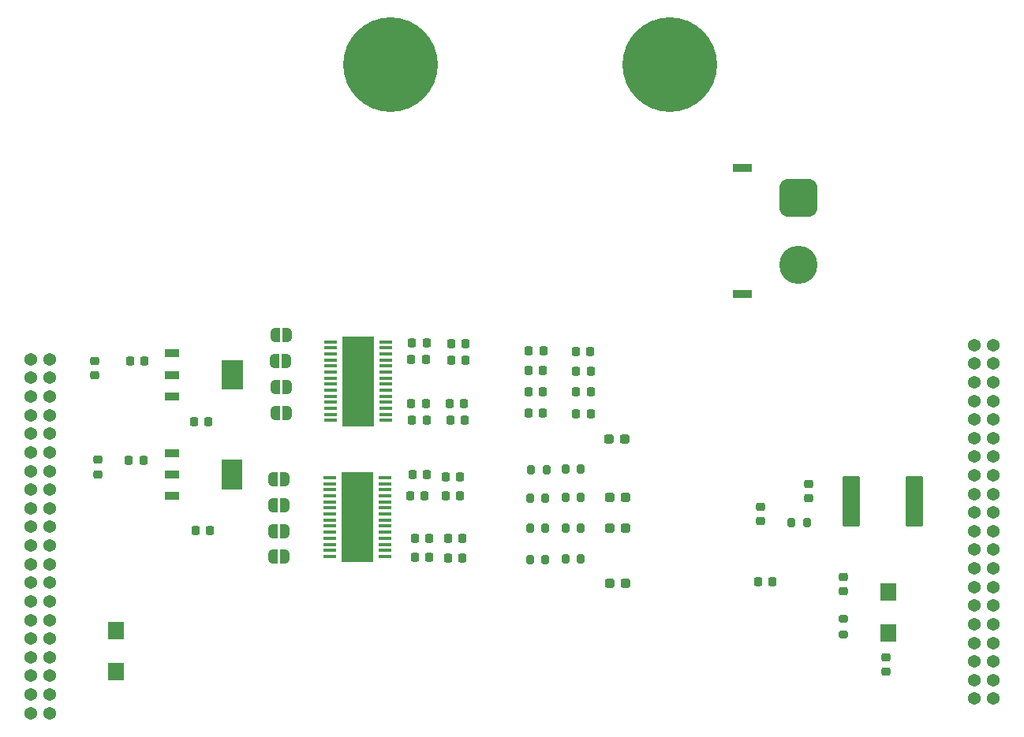
<source format=gbr>
%TF.GenerationSoftware,KiCad,Pcbnew,7.0.7*%
%TF.CreationDate,2024-03-26T08:25:24-07:00*%
%TF.ProjectId,Power-board,506f7765-722d-4626-9f61-72642e6b6963,rev?*%
%TF.SameCoordinates,Original*%
%TF.FileFunction,Soldermask,Top*%
%TF.FilePolarity,Negative*%
%FSLAX46Y46*%
G04 Gerber Fmt 4.6, Leading zero omitted, Abs format (unit mm)*
G04 Created by KiCad (PCBNEW 7.0.7) date 2024-03-26 08:25:24*
%MOMM*%
%LPD*%
G01*
G04 APERTURE LIST*
G04 Aperture macros list*
%AMRoundRect*
0 Rectangle with rounded corners*
0 $1 Rounding radius*
0 $2 $3 $4 $5 $6 $7 $8 $9 X,Y pos of 4 corners*
0 Add a 4 corners polygon primitive as box body*
4,1,4,$2,$3,$4,$5,$6,$7,$8,$9,$2,$3,0*
0 Add four circle primitives for the rounded corners*
1,1,$1+$1,$2,$3*
1,1,$1+$1,$4,$5*
1,1,$1+$1,$6,$7*
1,1,$1+$1,$8,$9*
0 Add four rect primitives between the rounded corners*
20,1,$1+$1,$2,$3,$4,$5,0*
20,1,$1+$1,$4,$5,$6,$7,0*
20,1,$1+$1,$6,$7,$8,$9,0*
20,1,$1+$1,$8,$9,$2,$3,0*%
%AMFreePoly0*
4,1,19,0.500000,-0.750000,0.000000,-0.750000,0.000000,-0.744911,-0.071157,-0.744911,-0.207708,-0.704816,-0.327430,-0.627875,-0.420627,-0.520320,-0.479746,-0.390866,-0.500000,-0.250000,-0.500000,0.250000,-0.479746,0.390866,-0.420627,0.520320,-0.327430,0.627875,-0.207708,0.704816,-0.071157,0.744911,0.000000,0.744911,0.000000,0.750000,0.500000,0.750000,0.500000,-0.750000,0.500000,-0.750000,
$1*%
%AMFreePoly1*
4,1,19,0.000000,0.744911,0.071157,0.744911,0.207708,0.704816,0.327430,0.627875,0.420627,0.520320,0.479746,0.390866,0.500000,0.250000,0.500000,-0.250000,0.479746,-0.390866,0.420627,-0.520320,0.327430,-0.627875,0.207708,-0.704816,0.071157,-0.744911,0.000000,-0.744911,0.000000,-0.750000,-0.500000,-0.750000,-0.500000,0.750000,0.000000,0.750000,0.000000,0.744911,0.000000,0.744911,
$1*%
G04 Aperture macros list end*
%ADD10RoundRect,0.200000X-0.200000X-0.275000X0.200000X-0.275000X0.200000X0.275000X-0.200000X0.275000X0*%
%ADD11RoundRect,0.218750X0.218750X0.256250X-0.218750X0.256250X-0.218750X-0.256250X0.218750X-0.256250X0*%
%ADD12RoundRect,0.225000X-0.250000X0.225000X-0.250000X-0.225000X0.250000X-0.225000X0.250000X0.225000X0*%
%ADD13RoundRect,0.225000X-0.225000X-0.250000X0.225000X-0.250000X0.225000X0.250000X-0.225000X0.250000X0*%
%ADD14RoundRect,0.218750X0.256250X-0.218750X0.256250X0.218750X-0.256250X0.218750X-0.256250X-0.218750X0*%
%ADD15RoundRect,0.225000X0.225000X0.250000X-0.225000X0.250000X-0.225000X-0.250000X0.225000X-0.250000X0*%
%ADD16RoundRect,0.225000X0.250000X-0.225000X0.250000X0.225000X-0.250000X0.225000X-0.250000X-0.225000X0*%
%ADD17RoundRect,0.218750X-0.218750X-0.256250X0.218750X-0.256250X0.218750X0.256250X-0.218750X0.256250X0*%
%ADD18FreePoly0,0.000000*%
%ADD19FreePoly1,0.000000*%
%ADD20RoundRect,0.200000X0.200000X0.275000X-0.200000X0.275000X-0.200000X-0.275000X0.200000X-0.275000X0*%
%ADD21R,1.676400X1.879600*%
%ADD22RoundRect,0.200000X-0.275000X0.200000X-0.275000X-0.200000X0.275000X-0.200000X0.275000X0.200000X0*%
%ADD23R,1.400000X0.449999*%
%ADD24C,0.780000*%
%ADD25R,3.400001X9.700001*%
%ADD26RoundRect,0.237500X0.287500X0.237500X-0.287500X0.237500X-0.287500X-0.237500X0.287500X-0.237500X0*%
%ADD27C,1.371600*%
%ADD28RoundRect,0.250000X-0.712500X-2.475000X0.712500X-2.475000X0.712500X2.475000X-0.712500X2.475000X0*%
%ADD29R,1.549400X0.863600*%
%ADD30RoundRect,0.361950X-0.361950X1.098550X-0.361950X-1.098550X0.361950X-1.098550X0.361950X1.098550X0*%
%ADD31R,2.000000X0.900000*%
%ADD32RoundRect,1.025000X1.025000X-1.025000X1.025000X1.025000X-1.025000X1.025000X-1.025000X-1.025000X0*%
%ADD33C,4.100000*%
%ADD34C,10.160000*%
G04 APERTURE END LIST*
%TO.C,U3*%
G36*
X107400570Y-69198894D02*
G01*
X107409295Y-69201541D01*
X107417334Y-69205836D01*
X107424380Y-69211620D01*
X107430164Y-69218666D01*
X107434459Y-69226705D01*
X107437105Y-69235430D01*
X107437999Y-69244500D01*
X107437999Y-74331500D01*
X107437105Y-74340570D01*
X107434459Y-74349295D01*
X107430164Y-74357334D01*
X107424380Y-74364380D01*
X107417334Y-74370164D01*
X107409295Y-74374459D01*
X107400570Y-74377106D01*
X107391500Y-74378000D01*
X104384500Y-74378000D01*
X104375430Y-74377106D01*
X104366705Y-74374459D01*
X104358666Y-74370164D01*
X104351620Y-74364380D01*
X104345836Y-74357334D01*
X104341541Y-74349295D01*
X104338895Y-74340570D01*
X104338001Y-74331500D01*
X104338001Y-69244500D01*
X104338895Y-69235430D01*
X104341541Y-69226705D01*
X104345836Y-69218666D01*
X104351620Y-69211620D01*
X104358666Y-69205836D01*
X104366705Y-69201541D01*
X104375430Y-69198894D01*
X104384500Y-69198000D01*
X107391500Y-69198000D01*
X107400570Y-69198894D01*
G37*
%TO.C,U1*%
G36*
X93526100Y-72710200D02*
G01*
X91265500Y-72710200D01*
X91265500Y-69509800D01*
X93526100Y-69509800D01*
X93526100Y-72710200D01*
G37*
%TO.C,U2*%
G36*
X107370567Y-83800894D02*
G01*
X107379292Y-83803541D01*
X107387331Y-83807836D01*
X107394377Y-83813620D01*
X107400161Y-83820666D01*
X107404456Y-83828705D01*
X107407102Y-83837430D01*
X107407996Y-83846500D01*
X107407996Y-88933500D01*
X107407102Y-88942570D01*
X107404456Y-88951295D01*
X107400161Y-88959334D01*
X107394377Y-88966380D01*
X107387331Y-88972164D01*
X107379292Y-88976459D01*
X107370567Y-88979106D01*
X107361497Y-88980000D01*
X104354497Y-88980000D01*
X104345427Y-88979106D01*
X104336702Y-88976459D01*
X104328663Y-88972164D01*
X104321617Y-88966380D01*
X104315833Y-88959334D01*
X104311538Y-88951295D01*
X104308892Y-88942570D01*
X104307998Y-88933500D01*
X104307998Y-83846500D01*
X104308892Y-83837430D01*
X104311538Y-83828705D01*
X104315833Y-83820666D01*
X104321617Y-83813620D01*
X104328663Y-83807836D01*
X104336702Y-83803541D01*
X104345427Y-83800894D01*
X104354497Y-83800000D01*
X107361497Y-83800000D01*
X107370567Y-83800894D01*
G37*
%TO.C,U4*%
G36*
X93506100Y-83410200D02*
G01*
X91245500Y-83410200D01*
X91245500Y-80209800D01*
X93506100Y-80209800D01*
X93506100Y-83410200D01*
G37*
%TD*%
D10*
%TO.C,R10*%
X124334000Y-90932000D03*
X125984000Y-90932000D03*
%TD*%
D11*
%TO.C,D19*%
X125755500Y-72898000D03*
X124180500Y-72898000D03*
%TD*%
D12*
%TO.C,C7*%
X162557500Y-101454000D03*
X162557500Y-103004000D03*
%TD*%
D11*
%TO.C,D13*%
X113563500Y-90678000D03*
X111988500Y-90678000D03*
%TD*%
%TO.C,D6*%
X113254003Y-67694000D03*
X111679003Y-67694000D03*
%TD*%
D10*
%TO.C,R7*%
X124460000Y-81280000D03*
X126110000Y-81280000D03*
%TD*%
D11*
%TO.C,D8*%
X113203003Y-74168000D03*
X111628003Y-74168000D03*
%TD*%
%TO.C,D10*%
X113304997Y-81788000D03*
X111729997Y-81788000D03*
%TD*%
D13*
%TO.C,C4*%
X115892001Y-67735001D03*
X117442001Y-67735001D03*
%TD*%
D14*
%TO.C,D2*%
X149083500Y-86842000D03*
X149083500Y-85267000D03*
%TD*%
D15*
%TO.C,C5*%
X90000000Y-87800000D03*
X88450000Y-87800000D03*
%TD*%
D16*
%TO.C,C1*%
X77600000Y-71150000D03*
X77600000Y-69600000D03*
%TD*%
D17*
%TO.C,D21*%
X129286000Y-72948000D03*
X130861000Y-72948000D03*
%TD*%
D18*
%TO.C,JP5*%
X96774000Y-82296000D03*
D19*
X98074000Y-82296000D03*
%TD*%
D11*
%TO.C,F2*%
X83000000Y-69600000D03*
X81425000Y-69600000D03*
%TD*%
D16*
%TO.C,C12*%
X157985500Y-94368000D03*
X157985500Y-92818000D03*
%TD*%
D20*
%TO.C,R4*%
X129794000Y-84285002D03*
X128144000Y-84285002D03*
%TD*%
D13*
%TO.C,C16*%
X115557000Y-90805000D03*
X117107000Y-90805000D03*
%TD*%
D20*
%TO.C,R5*%
X129793000Y-87587002D03*
X128143000Y-87587002D03*
%TD*%
D18*
%TO.C,JP4*%
X96998000Y-75184000D03*
D19*
X98298000Y-75184000D03*
%TD*%
D20*
%TO.C,R6*%
X129794000Y-90889002D03*
X128144000Y-90889002D03*
%TD*%
D21*
%TO.C,D16*%
X79950000Y-98600000D03*
X79950000Y-103019600D03*
%TD*%
D22*
%TO.C,R1*%
X157985500Y-97353000D03*
X157985500Y-99003000D03*
%TD*%
D23*
%TO.C,U3*%
X102938001Y-67563000D03*
X102938001Y-68213001D03*
X102938001Y-68863000D03*
X102938001Y-69513001D03*
X102938001Y-70162999D03*
X102938001Y-70813001D03*
X102938001Y-71462999D03*
X102938001Y-72113001D03*
X102938001Y-72762999D03*
X102938001Y-73413001D03*
X102938001Y-74062999D03*
X102938001Y-74713000D03*
X102938001Y-75362999D03*
X102938001Y-76013000D03*
X108838002Y-76013000D03*
X108838002Y-75362999D03*
X108838002Y-74713000D03*
X108838002Y-74062999D03*
X108838002Y-73413001D03*
X108838002Y-72762999D03*
X108838002Y-72113001D03*
X108838002Y-71462999D03*
X108838002Y-70813001D03*
X108838002Y-70162999D03*
X108838002Y-69513001D03*
X108838002Y-68863000D03*
X108838002Y-68213001D03*
X108838002Y-67563000D03*
D24*
X104588000Y-67788000D03*
X104588000Y-69088000D03*
X104588000Y-70488000D03*
X104588000Y-71788000D03*
X104588000Y-73088000D03*
X104588003Y-74488000D03*
X104588003Y-75788000D03*
X105888000Y-69088000D03*
D25*
X105888000Y-71788000D03*
D24*
X105888003Y-67788000D03*
X105888003Y-70488000D03*
X105888003Y-71788000D03*
X105888003Y-73088000D03*
X105888003Y-74488000D03*
X105888005Y-75788000D03*
X107188000Y-67788000D03*
X107188000Y-69088000D03*
X107188000Y-70488000D03*
X107188000Y-71788000D03*
X107188000Y-73088000D03*
X107188002Y-74488000D03*
X107188002Y-75788000D03*
%TD*%
D16*
%TO.C,C3*%
X78000000Y-81800000D03*
X78000000Y-80250000D03*
%TD*%
D10*
%TO.C,R8*%
X124334000Y-84328000D03*
X125984000Y-84328000D03*
%TD*%
D11*
%TO.C,D7*%
X113203003Y-69472000D03*
X111628003Y-69472000D03*
%TD*%
%TO.C,D11*%
X113563500Y-88646000D03*
X111988500Y-88646000D03*
%TD*%
D26*
%TO.C,D1*%
X134551999Y-78018001D03*
X132801999Y-78018001D03*
%TD*%
D13*
%TO.C,C9*%
X115743003Y-74168000D03*
X117293003Y-74168000D03*
%TD*%
%TO.C,C13*%
X115285997Y-82072000D03*
X116835997Y-82072000D03*
%TD*%
D11*
%TO.C,D9*%
X113254003Y-75972000D03*
X111679003Y-75972000D03*
%TD*%
D18*
%TO.C,JP2*%
X96943000Y-69596000D03*
D19*
X98243000Y-69596000D03*
%TD*%
D11*
%TO.C,D20*%
X125755500Y-75184000D03*
X124180500Y-75184000D03*
%TD*%
D27*
%TO.C,J1*%
X70780000Y-69442100D03*
X72780000Y-69442100D03*
X70780000Y-71442100D03*
X72780000Y-71442100D03*
X70780000Y-73442100D03*
X72780000Y-73442100D03*
X70780000Y-75442100D03*
X72780000Y-75442100D03*
X70780000Y-77442100D03*
X72780000Y-77442100D03*
X70780000Y-79442100D03*
X72780000Y-79442100D03*
X70780000Y-81442100D03*
X72780000Y-81442100D03*
X70780000Y-83442100D03*
X72780000Y-83442100D03*
X70780000Y-85442100D03*
X72780000Y-85442100D03*
X70780000Y-87442100D03*
X72780000Y-87442100D03*
X70780000Y-89442100D03*
X72780000Y-89442100D03*
X70780000Y-91442100D03*
X72780000Y-91442100D03*
X70780000Y-93442100D03*
X72780000Y-93442100D03*
X70780000Y-95442100D03*
X72780000Y-95442100D03*
X70780000Y-97442100D03*
X72780000Y-97442100D03*
X70780000Y-99442100D03*
X72780000Y-99442100D03*
X70780000Y-101442000D03*
X72780000Y-101442000D03*
X70780000Y-103442000D03*
X72780000Y-103442000D03*
X70780000Y-105442000D03*
X72780000Y-105442000D03*
X70780000Y-107442000D03*
X72780000Y-107442000D03*
X172050000Y-67905269D03*
X174050000Y-67905269D03*
X172050000Y-69905269D03*
X174050000Y-69905269D03*
X172050000Y-71905269D03*
X174050000Y-71905269D03*
X172050000Y-73905269D03*
X174050000Y-73905269D03*
X172050000Y-75905169D03*
X174050000Y-75905169D03*
X172050000Y-77905169D03*
X174050000Y-77905169D03*
X172050000Y-79905169D03*
X174050000Y-79905169D03*
X172050000Y-81905169D03*
X174050000Y-81905169D03*
X172050000Y-83905169D03*
X174050000Y-83905169D03*
X172050000Y-85905169D03*
X174050000Y-85905169D03*
X172050000Y-87905169D03*
X174050000Y-87905169D03*
X172050000Y-89905169D03*
X174050000Y-89905169D03*
X172050000Y-91905169D03*
X174050000Y-91905169D03*
X172050000Y-93905169D03*
X174050000Y-93905169D03*
X172050000Y-95905169D03*
X174050000Y-95905169D03*
X172050000Y-97905169D03*
X174050000Y-97905169D03*
X172050000Y-99905169D03*
X174050000Y-99905169D03*
X172050000Y-101905169D03*
X174050000Y-101905169D03*
X172050000Y-103905169D03*
X174050000Y-103905169D03*
X172050000Y-105905169D03*
X174050000Y-105905169D03*
%TD*%
D28*
%TO.C,F1*%
X158830500Y-84716000D03*
X165605500Y-84716000D03*
%TD*%
D17*
%TO.C,D14*%
X129260500Y-68580000D03*
X130835500Y-68580000D03*
%TD*%
D11*
%TO.C,F3*%
X82851000Y-80286000D03*
X81276000Y-80286000D03*
%TD*%
D15*
%TO.C,C11*%
X150378500Y-93352000D03*
X148828500Y-93352000D03*
%TD*%
D18*
%TO.C,JP1*%
X96998000Y-66802000D03*
D19*
X98298000Y-66802000D03*
%TD*%
D16*
%TO.C,C6*%
X154285500Y-84396000D03*
X154285500Y-82846000D03*
%TD*%
D29*
%TO.C,U1*%
X85944200Y-68810000D03*
X85944200Y-71110000D03*
X85944200Y-73410000D03*
D30*
X92383100Y-71122700D03*
%TD*%
D18*
%TO.C,JP6*%
X96774000Y-85090000D03*
D19*
X98074000Y-85090000D03*
%TD*%
D11*
%TO.C,D17*%
X125781000Y-68526000D03*
X124206000Y-68526000D03*
%TD*%
D13*
%TO.C,C15*%
X115303000Y-84074000D03*
X116853000Y-84074000D03*
%TD*%
D26*
%TO.C,D3*%
X134657000Y-84285002D03*
X132907000Y-84285002D03*
%TD*%
D23*
%TO.C,U2*%
X102907998Y-82165000D03*
X102907998Y-82815001D03*
X102907998Y-83465000D03*
X102907998Y-84115001D03*
X102907998Y-84764999D03*
X102907998Y-85415001D03*
X102907998Y-86064999D03*
X102907998Y-86715001D03*
X102907998Y-87364999D03*
X102907998Y-88015001D03*
X102907998Y-88664999D03*
X102907998Y-89315000D03*
X102907998Y-89964999D03*
X102907998Y-90615000D03*
X108807999Y-90615000D03*
X108807999Y-89964999D03*
X108807999Y-89315000D03*
X108807999Y-88664999D03*
X108807999Y-88015001D03*
X108807999Y-87364999D03*
X108807999Y-86715001D03*
X108807999Y-86064999D03*
X108807999Y-85415001D03*
X108807999Y-84764999D03*
X108807999Y-84115001D03*
X108807999Y-83465000D03*
X108807999Y-82815001D03*
X108807999Y-82165000D03*
D24*
X104557997Y-82390000D03*
X104557997Y-83690000D03*
X104557997Y-85090000D03*
X104557997Y-86390000D03*
X104557997Y-87690000D03*
X104558000Y-89090000D03*
X104558000Y-90390000D03*
X105857997Y-83690000D03*
D25*
X105857997Y-86390000D03*
D24*
X105858000Y-82390000D03*
X105858000Y-85090000D03*
X105858000Y-86390000D03*
X105858000Y-87690000D03*
X105858000Y-89090000D03*
X105858002Y-90390000D03*
X107157997Y-82390000D03*
X107157997Y-83690000D03*
X107157997Y-85090000D03*
X107157997Y-86390000D03*
X107157997Y-87690000D03*
X107157999Y-89090000D03*
X107157999Y-90390000D03*
%TD*%
D11*
%TO.C,D18*%
X125755500Y-70612000D03*
X124180500Y-70612000D03*
%TD*%
D26*
%TO.C,D5*%
X134634200Y-93512001D03*
X132884200Y-93512001D03*
%TD*%
D13*
%TO.C,C10*%
X115793003Y-75990001D03*
X117343003Y-75990001D03*
%TD*%
D11*
%TO.C,D12*%
X113055500Y-84074000D03*
X111480500Y-84074000D03*
%TD*%
D18*
%TO.C,JP3*%
X96998000Y-72390000D03*
D19*
X98298000Y-72390000D03*
%TD*%
D20*
%TO.C,R3*%
X154085500Y-86946000D03*
X152435500Y-86946000D03*
%TD*%
D18*
%TO.C,JP7*%
X96774000Y-87884000D03*
D19*
X98074000Y-87884000D03*
%TD*%
D26*
%TO.C,D4*%
X134657000Y-87587002D03*
X132907000Y-87587002D03*
%TD*%
D17*
%TO.C,D22*%
X129286000Y-70712000D03*
X130861000Y-70712000D03*
%TD*%
D13*
%TO.C,C8*%
X115892001Y-69513001D03*
X117442001Y-69513001D03*
%TD*%
D17*
%TO.C,D23*%
X129286000Y-75284000D03*
X130861000Y-75284000D03*
%TD*%
D31*
%TO.C,J2*%
X147167600Y-62420400D03*
X147167600Y-48920400D03*
D32*
X153167600Y-52070400D03*
D33*
X153167600Y-59270400D03*
%TD*%
D34*
%TO.C,J5*%
X139350000Y-37782000D03*
X109380000Y-37782000D03*
%TD*%
D13*
%TO.C,C14*%
X115557000Y-88646000D03*
X117107000Y-88646000D03*
%TD*%
D21*
%TO.C,D15*%
X162785500Y-98846000D03*
X162785500Y-94426400D03*
%TD*%
D10*
%TO.C,R9*%
X124334000Y-87570000D03*
X125984000Y-87570000D03*
%TD*%
D20*
%TO.C,R2*%
X129794000Y-81237002D03*
X128144000Y-81237002D03*
%TD*%
D29*
%TO.C,U4*%
X85924200Y-79510000D03*
X85924200Y-81810000D03*
X85924200Y-84110000D03*
D30*
X92363100Y-81822700D03*
%TD*%
D15*
%TO.C,C2*%
X89850000Y-76150000D03*
X88300000Y-76150000D03*
%TD*%
D18*
%TO.C,JP8*%
X96774000Y-90660000D03*
D19*
X98074000Y-90660000D03*
%TD*%
M02*

</source>
